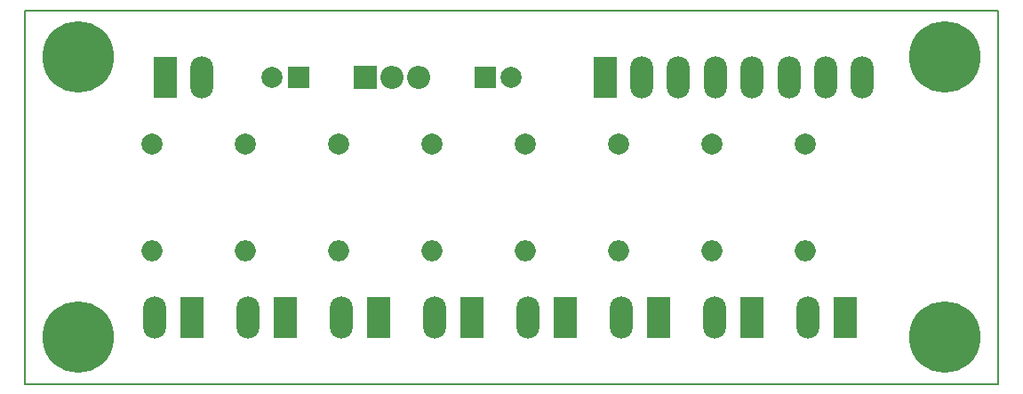
<source format=gbs>
G04 #@! TF.FileFunction,Soldermask,Bot*
%FSLAX46Y46*%
G04 Gerber Fmt 4.6, Leading zero omitted, Abs format (unit mm)*
G04 Created by KiCad (PCBNEW 4.0.7) date Wednesday, April 11, 2018 'AMt' 08:58:52 AM*
%MOMM*%
%LPD*%
G01*
G04 APERTURE LIST*
%ADD10C,0.100000*%
%ADD11C,0.150000*%
%ADD12R,2.000000X2.000000*%
%ADD13C,2.000000*%
%ADD14R,2.200000X4.000000*%
%ADD15O,2.200000X4.000000*%
%ADD16R,2.200000X2.200000*%
%ADD17O,2.200000X2.200000*%
%ADD18O,2.000000X2.000000*%
%ADD19C,6.800000*%
G04 APERTURE END LIST*
D10*
D11*
X113665000Y-129540000D02*
X206375000Y-129540000D01*
X113665000Y-93980000D02*
X206375000Y-93980000D01*
X113665000Y-93980000D02*
X113665000Y-129540000D01*
X206375000Y-93980000D02*
X206375000Y-129540000D01*
D12*
X139700000Y-100330000D03*
D13*
X137200000Y-100330000D03*
D12*
X157480000Y-100330000D03*
D13*
X159980000Y-100330000D03*
D14*
X127000000Y-100330000D03*
D15*
X130500000Y-100330000D03*
D14*
X168910000Y-100330000D03*
D15*
X172410000Y-100330000D03*
X175910000Y-100330000D03*
X179410000Y-100330000D03*
X182910000Y-100330000D03*
X186410000Y-100330000D03*
X189910000Y-100330000D03*
X193410000Y-100330000D03*
D14*
X129540000Y-123190000D03*
D15*
X126040000Y-123190000D03*
D14*
X156210000Y-123190000D03*
D15*
X152710000Y-123190000D03*
D14*
X138430000Y-123190000D03*
D15*
X134930000Y-123190000D03*
D14*
X165100000Y-123190000D03*
D15*
X161600000Y-123190000D03*
D14*
X182880000Y-123190000D03*
D15*
X179380000Y-123190000D03*
D14*
X191770000Y-123190000D03*
D15*
X188270000Y-123190000D03*
D14*
X147320000Y-123190000D03*
D15*
X143820000Y-123190000D03*
D14*
X173990000Y-123190000D03*
D15*
X170490000Y-123190000D03*
D16*
X146050000Y-100330000D03*
D17*
X148590000Y-100330000D03*
X151130000Y-100330000D03*
D13*
X125730000Y-106680000D03*
D18*
X125730000Y-116840000D03*
D13*
X152400000Y-106680000D03*
D18*
X152400000Y-116840000D03*
D13*
X134620000Y-106680000D03*
D18*
X134620000Y-116840000D03*
D13*
X161290000Y-106680000D03*
D18*
X161290000Y-116840000D03*
D13*
X179070000Y-106680000D03*
D18*
X179070000Y-116840000D03*
D13*
X187960000Y-106680000D03*
D18*
X187960000Y-116840000D03*
D13*
X143510000Y-106680000D03*
D18*
X143510000Y-116840000D03*
D13*
X170180000Y-106680000D03*
D18*
X170180000Y-116840000D03*
D19*
X118745000Y-98425000D03*
X201295000Y-98425000D03*
X118745000Y-125095000D03*
X201295000Y-125095000D03*
M02*

</source>
